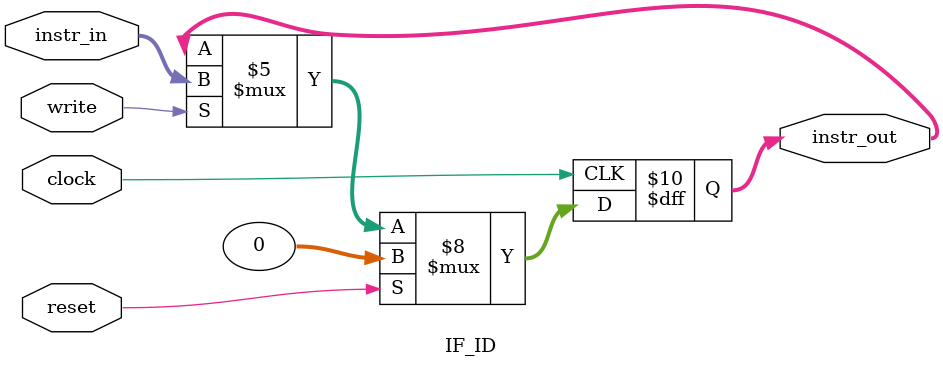
<source format=v>

module IF_ID(
    input wire [31:0] instr_in,
    output reg [31:0] instr_out,
	input wire reset,
	input wire write,
    input wire clock);

    always @(posedge clock) begin
        if (reset == 1'b1) begin //clears register
            instr_out <= 32'h0;
        end else if (write == 1'b1) begin
            instr_out <= instr_in;
        end else begin
            instr_out <= instr_out;
        end
    end

endmodule

</source>
